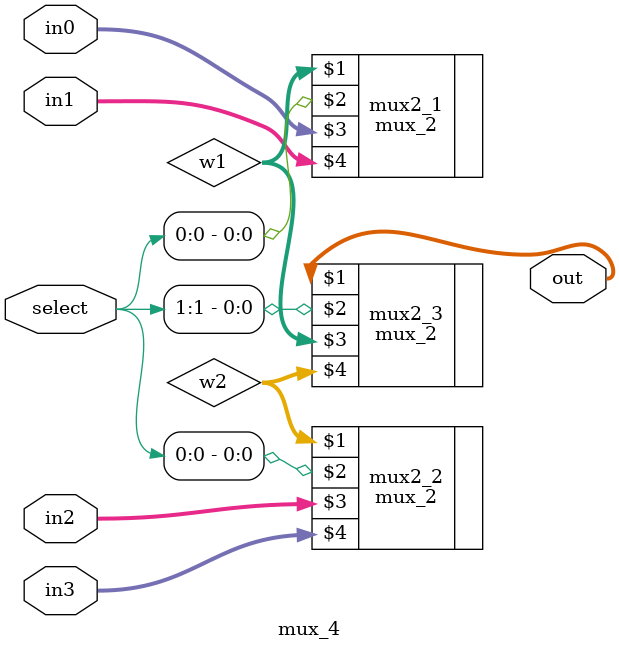
<source format=v>
module mux_4(out, select, in0, in1, in2, in3);
    input [1:0] select;
    input [31:0] in0, in1, in2, in3;
    output [31:0] out;
    wire [31:0] w1, w2;
    
    mux_2 mux2_1(w1, select[0], in0, in1); 
    mux_2 mux2_2(w2, select[0], in2, in3); 
    mux_2 mux2_3(out, select[1], w1, w2); 
endmodule 








</source>
